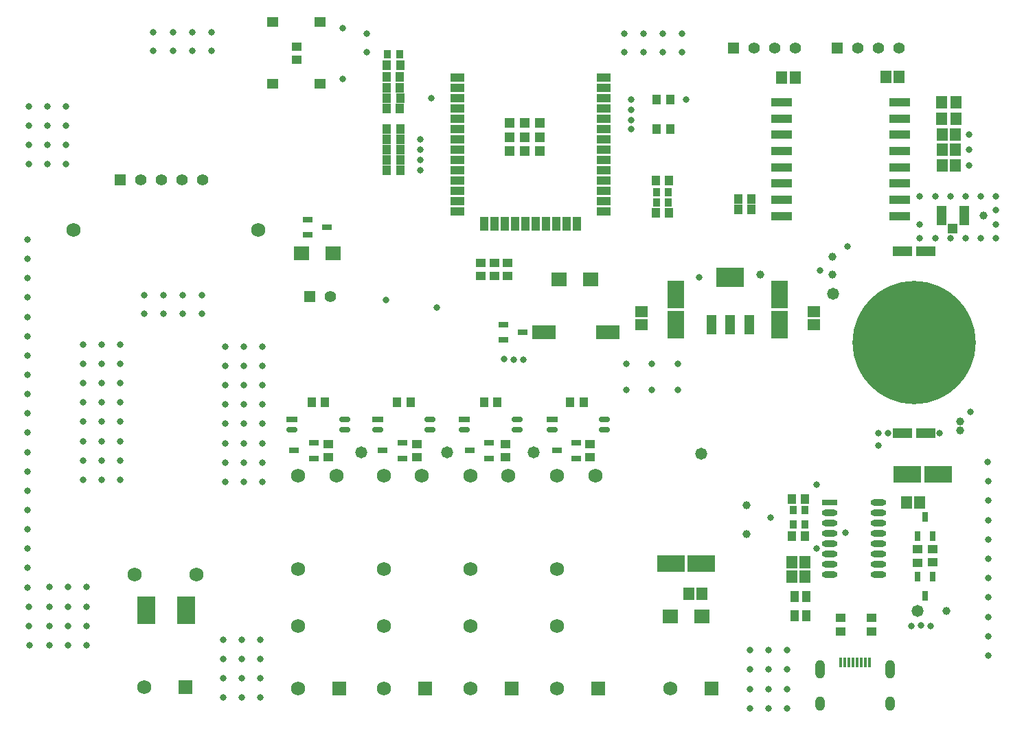
<source format=gts>
G04*
G04 #@! TF.GenerationSoftware,Altium Limited,Altium Designer,21.3.2 (30)*
G04*
G04 Layer_Color=8388736*
%FSLAX44Y44*%
%MOMM*%
G71*
G04*
G04 #@! TF.SameCoordinates,E904BC2C-911D-44D5-97E6-C51C7131D4A3*
G04*
G04*
G04 #@! TF.FilePolarity,Negative*
G04*
G01*
G75*
%ADD19C,1.0000*%
%ADD51R,1.0032X1.1532*%
%ADD52R,1.2532X1.2532*%
%ADD53R,1.7032X1.1032*%
%ADD54R,1.1032X1.7032*%
%ADD55R,1.2032X0.8032*%
%ADD56R,1.9032X1.7032*%
%ADD57R,2.0032X3.4032*%
%ADD58R,1.2032X1.1032*%
%ADD59R,1.1032X1.2032*%
%ADD60R,1.1532X1.0032*%
%ADD61R,1.4032X1.2032*%
%ADD62R,2.1632X3.3532*%
%ADD63R,1.2032X2.3532*%
%ADD64R,3.4532X2.3532*%
%ADD65R,0.9532X1.0032*%
%ADD66R,1.4532X1.6032*%
%ADD67C,15.2032*%
%ADD68R,2.4032X1.3032*%
%ADD69R,2.6532X1.0532*%
%ADD70R,1.6032X1.4532*%
%ADD71R,2.9032X1.7032*%
%ADD72R,3.4032X2.0032*%
%ADD73O,1.9482X0.7632*%
%ADD74R,1.9482X0.7632*%
%ADD75R,1.0032X1.4032*%
%ADD76R,0.8032X1.2032*%
%ADD77R,1.4032X0.7032*%
%ADD78O,1.4032X0.7032*%
%ADD79R,1.3532X1.5532*%
%ADD80R,0.4000X1.2500*%
%ADD81R,1.2032X1.3032*%
%ADD82R,1.2532X2.4032*%
%ADD83C,1.4032*%
%ADD84R,1.4032X1.4032*%
%ADD85C,1.7272*%
%ADD86C,1.0032*%
%ADD87R,1.7272X1.7272*%
%ADD88O,1.2032X2.3032*%
%ADD89O,1.2032X1.8032*%
%ADD90C,0.8382*%
%ADD91C,1.4732*%
D19*
X1202690Y633730D02*
D03*
X927100Y561340D02*
D03*
X1156970Y146050D02*
D03*
X910590Y241300D02*
D03*
Y276860D02*
D03*
X1016000Y582930D02*
D03*
Y561340D02*
D03*
D51*
X815956Y777240D02*
D03*
X799456D02*
D03*
X483230Y740410D02*
D03*
X466730D02*
D03*
X483244Y778510D02*
D03*
X466744D02*
D03*
X798200Y637540D02*
D03*
X814700D02*
D03*
X798200Y676910D02*
D03*
X814700D02*
D03*
X709290Y403860D02*
D03*
X692790D02*
D03*
X603240D02*
D03*
X586740D02*
D03*
X495930D02*
D03*
X479430D02*
D03*
X390520D02*
D03*
X374020D02*
D03*
X899800Y654050D02*
D03*
X916300D02*
D03*
Y641350D02*
D03*
X899800D02*
D03*
X799456Y740410D02*
D03*
X815956D02*
D03*
X466744Y689610D02*
D03*
X483244D02*
D03*
X466744Y702310D02*
D03*
X483244D02*
D03*
X466744Y727710D02*
D03*
X483244D02*
D03*
X466744Y715010D02*
D03*
X483244D02*
D03*
X483230Y819150D02*
D03*
X466730D02*
D03*
X982340Y238630D02*
D03*
X965840D02*
D03*
X982340Y284480D02*
D03*
X965840D02*
D03*
D52*
X655140Y748030D02*
D03*
X618310D02*
D03*
X636725D02*
D03*
X655140Y730510D02*
D03*
X636725Y713350D02*
D03*
X618310D02*
D03*
Y730510D02*
D03*
X655140Y713350D02*
D03*
X636725Y730510D02*
D03*
D53*
X554160Y803910D02*
D03*
Y791210D02*
D03*
Y778510D02*
D03*
Y765810D02*
D03*
Y753110D02*
D03*
Y740410D02*
D03*
Y727710D02*
D03*
Y715010D02*
D03*
Y702310D02*
D03*
Y689610D02*
D03*
Y676910D02*
D03*
Y664210D02*
D03*
Y651510D02*
D03*
Y638810D02*
D03*
X734060D02*
D03*
Y651510D02*
D03*
Y664210D02*
D03*
Y676910D02*
D03*
Y689610D02*
D03*
Y702310D02*
D03*
Y715010D02*
D03*
Y727710D02*
D03*
Y740410D02*
D03*
Y753110D02*
D03*
Y765810D02*
D03*
Y778510D02*
D03*
Y791210D02*
D03*
Y803910D02*
D03*
D54*
X586960Y623810D02*
D03*
X599660D02*
D03*
X612360D02*
D03*
X625060D02*
D03*
X637760D02*
D03*
X650460D02*
D03*
X663160D02*
D03*
X675860D02*
D03*
X688560D02*
D03*
X701260D02*
D03*
D55*
X369000Y629260D02*
D03*
Y610260D02*
D03*
X393000Y619760D02*
D03*
X634300Y490220D02*
D03*
X610300Y480720D02*
D03*
Y499720D02*
D03*
X700340Y334670D02*
D03*
Y353670D02*
D03*
X676340Y344170D02*
D03*
X569020D02*
D03*
X593020Y353670D02*
D03*
Y334670D02*
D03*
X352490Y344170D02*
D03*
X376490Y353670D02*
D03*
Y334670D02*
D03*
X461710Y344170D02*
D03*
X485710Y353670D02*
D03*
Y334670D02*
D03*
D56*
X361250Y587310D02*
D03*
X400750D02*
D03*
X718153Y554990D02*
D03*
X678653D02*
D03*
X855410Y139700D02*
D03*
X815910D02*
D03*
D57*
X951230Y499070D02*
D03*
Y537070D02*
D03*
X822960D02*
D03*
Y499070D02*
D03*
D58*
X355600Y842390D02*
D03*
Y826390D02*
D03*
D59*
X482740Y765810D02*
D03*
X466740D02*
D03*
X466740Y791210D02*
D03*
X482740D02*
D03*
X466740Y805180D02*
D03*
X482740D02*
D03*
D60*
X717550Y335920D02*
D03*
Y352420D02*
D03*
X612770Y335920D02*
D03*
Y352420D02*
D03*
X504190Y335920D02*
D03*
Y352420D02*
D03*
X394970Y335920D02*
D03*
Y352420D02*
D03*
X582930Y559440D02*
D03*
Y575940D02*
D03*
X599440Y559440D02*
D03*
Y575940D02*
D03*
X615950Y559440D02*
D03*
Y575940D02*
D03*
X1139800Y222750D02*
D03*
Y206250D02*
D03*
X1064260Y137790D02*
D03*
Y121290D02*
D03*
X1026160D02*
D03*
Y137790D02*
D03*
X1121410Y205680D02*
D03*
Y222180D02*
D03*
D61*
X384810Y796490D02*
D03*
Y872490D02*
D03*
X326390Y796490D02*
D03*
Y872490D02*
D03*
D62*
X169860Y147320D02*
D03*
X218960D02*
D03*
D63*
X867270Y499070D02*
D03*
X890270D02*
D03*
X913270D02*
D03*
D64*
X890270Y557570D02*
D03*
D65*
X967840Y270510D02*
D03*
X982340D02*
D03*
X967840Y252730D02*
D03*
X982340D02*
D03*
X482230Y833120D02*
D03*
X467730D02*
D03*
X799200Y662940D02*
D03*
X813700D02*
D03*
X799200Y650240D02*
D03*
X813700D02*
D03*
D66*
X1123920Y280540D02*
D03*
X1107420D02*
D03*
X953780Y803910D02*
D03*
X970280D02*
D03*
X1082050Y805180D02*
D03*
X1098550D02*
D03*
X965840Y206880D02*
D03*
X982340D02*
D03*
X965840Y189100D02*
D03*
X982340D02*
D03*
X855340Y167640D02*
D03*
X838840D02*
D03*
X1167900Y695960D02*
D03*
X1151400D02*
D03*
X1167900Y715010D02*
D03*
X1151400D02*
D03*
X1167900Y734060D02*
D03*
X1151400D02*
D03*
D67*
X1116860Y477760D02*
D03*
D68*
X1131360Y589760D02*
D03*
X1102360D02*
D03*
X1131360Y365760D02*
D03*
X1102360D02*
D03*
D69*
X1099300Y633580D02*
D03*
Y653580D02*
D03*
Y673580D02*
D03*
Y693580D02*
D03*
Y713580D02*
D03*
Y733580D02*
D03*
Y753580D02*
D03*
Y773580D02*
D03*
X953300Y633580D02*
D03*
Y653580D02*
D03*
Y673580D02*
D03*
Y693580D02*
D03*
Y713580D02*
D03*
Y733580D02*
D03*
Y753580D02*
D03*
Y773580D02*
D03*
D70*
X993140Y515570D02*
D03*
Y499070D02*
D03*
X781050Y515570D02*
D03*
Y499070D02*
D03*
D71*
X660770Y490220D02*
D03*
X738770D02*
D03*
D72*
X1146100Y314830D02*
D03*
X1108100D02*
D03*
X854710Y204470D02*
D03*
X816710D02*
D03*
D73*
X1072490Y191640D02*
D03*
Y204340D02*
D03*
Y217040D02*
D03*
Y229740D02*
D03*
Y242440D02*
D03*
Y255140D02*
D03*
Y267840D02*
D03*
Y280540D02*
D03*
X1012490Y191640D02*
D03*
Y204340D02*
D03*
Y217040D02*
D03*
Y229740D02*
D03*
Y242440D02*
D03*
Y255140D02*
D03*
Y267840D02*
D03*
D74*
Y280540D02*
D03*
D75*
X969630Y164400D02*
D03*
X983630Y140400D02*
D03*
Y164400D02*
D03*
X969630Y140400D02*
D03*
D76*
X1130300Y165100D02*
D03*
X1120800Y189100D02*
D03*
X1139800D02*
D03*
X1130300Y262760D02*
D03*
X1139800Y238760D02*
D03*
X1120800D02*
D03*
D77*
X670330Y382270D02*
D03*
X562490D02*
D03*
X349770D02*
D03*
X455180D02*
D03*
D78*
X670330Y369570D02*
D03*
X735330Y382270D02*
D03*
Y369570D02*
D03*
X627490D02*
D03*
Y382270D02*
D03*
X562490Y369570D02*
D03*
X414770D02*
D03*
Y382270D02*
D03*
X349770Y369570D02*
D03*
X520180D02*
D03*
Y382270D02*
D03*
X455180Y369570D02*
D03*
D79*
X1150900Y773430D02*
D03*
X1168400D02*
D03*
X1150900Y753110D02*
D03*
X1168400D02*
D03*
D80*
X1041420Y83270D02*
D03*
X1036420D02*
D03*
X1046420D02*
D03*
X1031420D02*
D03*
X1026420D02*
D03*
X1056420D02*
D03*
X1061420D02*
D03*
X1051420D02*
D03*
D81*
X1164590Y618230D02*
D03*
D82*
X1178590Y633730D02*
D03*
X1150590D02*
D03*
D83*
X397510Y533830D02*
D03*
X163830Y678180D02*
D03*
X189230D02*
D03*
X214630D02*
D03*
X240030D02*
D03*
X919480Y840740D02*
D03*
X944880D02*
D03*
X970280D02*
D03*
X1047750D02*
D03*
X1073150D02*
D03*
X1098550D02*
D03*
D84*
X372110Y533830D02*
D03*
X138430Y678180D02*
D03*
X894080Y840740D02*
D03*
X1022350D02*
D03*
D85*
X569590Y198120D02*
D03*
X167707Y52480D02*
D03*
X155410Y191360D02*
D03*
X232410D02*
D03*
X308410Y616360D02*
D03*
X80410D02*
D03*
X816610Y50800D02*
D03*
X676910Y313120D02*
D03*
X723910D02*
D03*
X676910Y128120D02*
D03*
Y198120D02*
D03*
X569590Y128120D02*
D03*
X616590Y313120D02*
D03*
X569590D02*
D03*
X357373Y198120D02*
D03*
Y128120D02*
D03*
X404373Y313120D02*
D03*
X357373D02*
D03*
X357293Y50800D02*
D03*
X463550D02*
D03*
X676910D02*
D03*
X570230D02*
D03*
X462783Y198120D02*
D03*
Y128120D02*
D03*
X509783Y313120D02*
D03*
X462783D02*
D03*
D86*
X1173480Y379730D02*
D03*
Y368730D02*
D03*
D87*
X218507Y52480D02*
D03*
X867410Y50800D02*
D03*
X408093D02*
D03*
X514350D02*
D03*
X727710D02*
D03*
X621030D02*
D03*
D88*
X1087120Y74120D02*
D03*
X1000720D02*
D03*
D89*
X1087120Y32320D02*
D03*
X1000720D02*
D03*
D90*
X1123950Y657860D02*
D03*
X1142746D02*
D03*
X1161542D02*
D03*
X1180338D02*
D03*
X1199134D02*
D03*
X1217930Y657860D02*
D03*
Y623147D02*
D03*
Y605790D02*
D03*
X1199134D02*
D03*
X1180338D02*
D03*
X1161542D02*
D03*
X1142746D02*
D03*
X1123950D02*
D03*
Y623147D02*
D03*
X1217930Y640503D02*
D03*
X441960Y858520D02*
D03*
Y835660D02*
D03*
X466090Y529590D02*
D03*
X508000Y715010D02*
D03*
Y727710D02*
D03*
Y689610D02*
D03*
Y702310D02*
D03*
X528320Y520700D02*
D03*
X611464Y457159D02*
D03*
X635000Y456565D02*
D03*
X622935D02*
D03*
X762000Y450850D02*
D03*
Y419100D02*
D03*
X825500D02*
D03*
X793750D02*
D03*
X768350Y777240D02*
D03*
Y764540D02*
D03*
Y751840D02*
D03*
Y740410D02*
D03*
X412750Y802640D02*
D03*
X521970Y778510D02*
D03*
X412750Y864870D02*
D03*
X835660Y777240D02*
D03*
X1000760Y566420D02*
D03*
X1035050Y595630D02*
D03*
X115570Y308229D02*
D03*
Y332063D02*
D03*
Y355896D02*
D03*
Y379730D02*
D03*
X138430Y308229D02*
D03*
Y332063D02*
D03*
Y355896D02*
D03*
Y379730D02*
D03*
X92710D02*
D03*
Y355896D02*
D03*
Y332063D02*
D03*
Y308229D02*
D03*
X290830Y305689D02*
D03*
Y329523D02*
D03*
Y353356D02*
D03*
Y377190D02*
D03*
X313690Y305689D02*
D03*
Y329523D02*
D03*
Y353356D02*
D03*
Y377190D02*
D03*
X267970D02*
D03*
Y353356D02*
D03*
Y329523D02*
D03*
Y305689D02*
D03*
X115570Y403479D02*
D03*
Y427313D02*
D03*
Y451146D02*
D03*
Y474980D02*
D03*
X138430Y403479D02*
D03*
Y427313D02*
D03*
Y451146D02*
D03*
Y474980D02*
D03*
X92710D02*
D03*
Y451146D02*
D03*
Y427313D02*
D03*
Y403479D02*
D03*
X290830Y400939D02*
D03*
Y424773D02*
D03*
Y448606D02*
D03*
Y472440D02*
D03*
X313690Y400939D02*
D03*
Y424773D02*
D03*
Y448606D02*
D03*
Y472440D02*
D03*
X267970D02*
D03*
Y448606D02*
D03*
Y424773D02*
D03*
Y400939D02*
D03*
X48260Y768731D02*
D03*
Y744897D02*
D03*
Y721064D02*
D03*
Y697230D02*
D03*
X25400Y768731D02*
D03*
Y744897D02*
D03*
Y721064D02*
D03*
Y697230D02*
D03*
X71120D02*
D03*
Y721064D02*
D03*
Y744897D02*
D03*
Y768731D02*
D03*
X73660Y175641D02*
D03*
Y151807D02*
D03*
Y127974D02*
D03*
Y104140D02*
D03*
X50800Y175641D02*
D03*
Y151807D02*
D03*
Y127974D02*
D03*
Y104140D02*
D03*
X96520D02*
D03*
Y127974D02*
D03*
Y151807D02*
D03*
Y175641D02*
D03*
X288290Y110871D02*
D03*
Y87037D02*
D03*
Y63204D02*
D03*
Y39370D02*
D03*
X265430Y110871D02*
D03*
Y87037D02*
D03*
Y63204D02*
D03*
Y39370D02*
D03*
X311150D02*
D03*
Y63204D02*
D03*
Y87037D02*
D03*
Y110871D02*
D03*
X960120Y97875D02*
D03*
Y74041D02*
D03*
Y50207D02*
D03*
Y26374D02*
D03*
X914400D02*
D03*
Y50207D02*
D03*
Y74041D02*
D03*
Y97875D02*
D03*
X937260Y26374D02*
D03*
Y50207D02*
D03*
Y74041D02*
D03*
Y97875D02*
D03*
X793750Y450850D02*
D03*
X825500D02*
D03*
X759164Y858520D02*
D03*
X782997D02*
D03*
X806831D02*
D03*
X830665D02*
D03*
X759164Y835660D02*
D03*
X782997D02*
D03*
X806831D02*
D03*
X830665D02*
D03*
X167344Y535940D02*
D03*
X191177D02*
D03*
X215011D02*
D03*
X238845D02*
D03*
X167344Y513080D02*
D03*
X191177D02*
D03*
X215011D02*
D03*
X238845D02*
D03*
X250571Y836930D02*
D03*
X226737D02*
D03*
X202904D02*
D03*
X179070D02*
D03*
X250571Y859790D02*
D03*
X226737D02*
D03*
X202904D02*
D03*
X179070D02*
D03*
X24130Y604520D02*
D03*
Y580686D02*
D03*
Y556852D02*
D03*
Y485352D02*
D03*
Y509185D02*
D03*
Y533019D02*
D03*
Y413851D02*
D03*
Y437684D02*
D03*
Y461518D02*
D03*
Y366183D02*
D03*
Y390017D02*
D03*
Y342350D02*
D03*
Y318516D02*
D03*
Y294682D02*
D03*
Y223181D02*
D03*
Y247015D02*
D03*
Y270849D02*
D03*
X25817Y151638D02*
D03*
X24130Y175514D02*
D03*
Y199348D02*
D03*
X25956Y103759D02*
D03*
X25817Y127635D02*
D03*
X1208187Y115062D02*
D03*
X1208326Y91186D02*
D03*
X1208048Y186817D02*
D03*
X1208187Y162941D02*
D03*
Y139065D02*
D03*
X1207909Y258572D02*
D03*
X1208048Y234696D02*
D03*
Y210820D02*
D03*
X1207909Y282575D02*
D03*
Y306451D02*
D03*
X1207770Y330327D02*
D03*
X1113155Y128131D02*
D03*
X1125220Y128270D02*
D03*
X1137285Y128131D02*
D03*
X1184910Y695960D02*
D03*
Y715010D02*
D03*
Y734060D02*
D03*
X1084580Y365760D02*
D03*
X1072515Y365899D02*
D03*
X1186319Y391795D02*
D03*
X939800Y261620D02*
D03*
X996950Y223520D02*
D03*
Y302260D02*
D03*
X1032510Y242570D02*
D03*
X852170Y557530D02*
D03*
X1073150Y350520D02*
D03*
X1148080Y365760D02*
D03*
D91*
X854710Y340360D02*
D03*
X1121410Y146050D02*
D03*
X1017270Y537210D02*
D03*
X647700Y341630D02*
D03*
X541020D02*
D03*
X435610D02*
D03*
M02*

</source>
